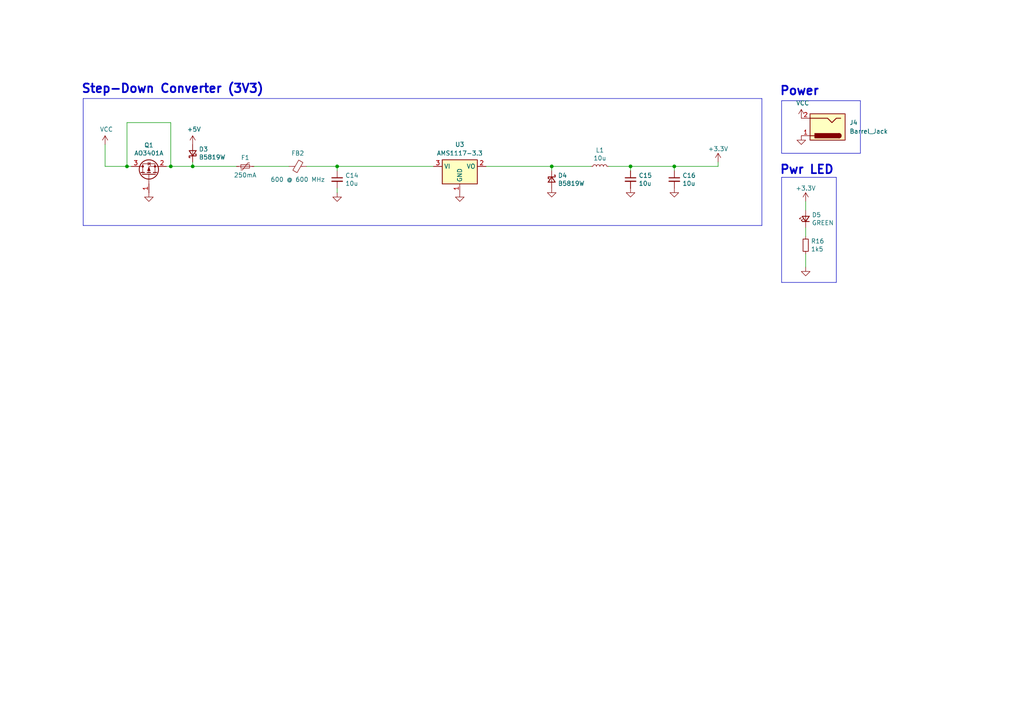
<source format=kicad_sch>
(kicad_sch
	(version 20231120)
	(generator "eeschema")
	(generator_version "8.0")
	(uuid "0b5e4864-4d61-49d7-ba60-44b7c827d513")
	(paper "A4")
	(lib_symbols
		(symbol "Connector:Barrel_Jack"
			(pin_names
				(offset 1.016)
			)
			(exclude_from_sim no)
			(in_bom yes)
			(on_board yes)
			(property "Reference" "J"
				(at 0 5.334 0)
				(effects
					(font
						(size 1.27 1.27)
					)
				)
			)
			(property "Value" "Barrel_Jack"
				(at 0 -5.08 0)
				(effects
					(font
						(size 1.27 1.27)
					)
				)
			)
			(property "Footprint" ""
				(at 1.27 -1.016 0)
				(effects
					(font
						(size 1.27 1.27)
					)
					(hide yes)
				)
			)
			(property "Datasheet" "~"
				(at 1.27 -1.016 0)
				(effects
					(font
						(size 1.27 1.27)
					)
					(hide yes)
				)
			)
			(property "Description" "DC Barrel Jack"
				(at 0 0 0)
				(effects
					(font
						(size 1.27 1.27)
					)
					(hide yes)
				)
			)
			(property "ki_keywords" "DC power barrel jack connector"
				(at 0 0 0)
				(effects
					(font
						(size 1.27 1.27)
					)
					(hide yes)
				)
			)
			(property "ki_fp_filters" "BarrelJack*"
				(at 0 0 0)
				(effects
					(font
						(size 1.27 1.27)
					)
					(hide yes)
				)
			)
			(symbol "Barrel_Jack_0_1"
				(rectangle
					(start -5.08 3.81)
					(end 5.08 -3.81)
					(stroke
						(width 0.254)
						(type default)
					)
					(fill
						(type background)
					)
				)
				(arc
					(start -3.302 3.175)
					(mid -3.9343 2.54)
					(end -3.302 1.905)
					(stroke
						(width 0.254)
						(type default)
					)
					(fill
						(type none)
					)
				)
				(arc
					(start -3.302 3.175)
					(mid -3.9343 2.54)
					(end -3.302 1.905)
					(stroke
						(width 0.254)
						(type default)
					)
					(fill
						(type outline)
					)
				)
				(polyline
					(pts
						(xy 5.08 2.54) (xy 3.81 2.54)
					)
					(stroke
						(width 0.254)
						(type default)
					)
					(fill
						(type none)
					)
				)
				(polyline
					(pts
						(xy -3.81 -2.54) (xy -2.54 -2.54) (xy -1.27 -1.27) (xy 0 -2.54) (xy 2.54 -2.54) (xy 5.08 -2.54)
					)
					(stroke
						(width 0.254)
						(type default)
					)
					(fill
						(type none)
					)
				)
				(rectangle
					(start 3.683 3.175)
					(end -3.302 1.905)
					(stroke
						(width 0.254)
						(type default)
					)
					(fill
						(type outline)
					)
				)
			)
			(symbol "Barrel_Jack_1_1"
				(pin passive line
					(at 7.62 2.54 180)
					(length 2.54)
					(name "~"
						(effects
							(font
								(size 1.27 1.27)
							)
						)
					)
					(number "1"
						(effects
							(font
								(size 1.27 1.27)
							)
						)
					)
				)
				(pin passive line
					(at 7.62 -2.54 180)
					(length 2.54)
					(name "~"
						(effects
							(font
								(size 1.27 1.27)
							)
						)
					)
					(number "2"
						(effects
							(font
								(size 1.27 1.27)
							)
						)
					)
				)
			)
		)
		(symbol "Device:C_Small"
			(pin_numbers hide)
			(pin_names
				(offset 0.254) hide)
			(exclude_from_sim no)
			(in_bom yes)
			(on_board yes)
			(property "Reference" "C"
				(at 0.254 1.778 0)
				(effects
					(font
						(size 1.27 1.27)
					)
					(justify left)
				)
			)
			(property "Value" "C_Small"
				(at 0.254 -2.032 0)
				(effects
					(font
						(size 1.27 1.27)
					)
					(justify left)
				)
			)
			(property "Footprint" ""
				(at 0 0 0)
				(effects
					(font
						(size 1.27 1.27)
					)
					(hide yes)
				)
			)
			(property "Datasheet" "~"
				(at 0 0 0)
				(effects
					(font
						(size 1.27 1.27)
					)
					(hide yes)
				)
			)
			(property "Description" "Unpolarized capacitor, small symbol"
				(at 0 0 0)
				(effects
					(font
						(size 1.27 1.27)
					)
					(hide yes)
				)
			)
			(property "ki_keywords" "capacitor cap"
				(at 0 0 0)
				(effects
					(font
						(size 1.27 1.27)
					)
					(hide yes)
				)
			)
			(property "ki_fp_filters" "C_*"
				(at 0 0 0)
				(effects
					(font
						(size 1.27 1.27)
					)
					(hide yes)
				)
			)
			(symbol "C_Small_0_1"
				(polyline
					(pts
						(xy -1.524 -0.508) (xy 1.524 -0.508)
					)
					(stroke
						(width 0.3302)
						(type default)
					)
					(fill
						(type none)
					)
				)
				(polyline
					(pts
						(xy -1.524 0.508) (xy 1.524 0.508)
					)
					(stroke
						(width 0.3048)
						(type default)
					)
					(fill
						(type none)
					)
				)
			)
			(symbol "C_Small_1_1"
				(pin passive line
					(at 0 2.54 270)
					(length 2.032)
					(name "~"
						(effects
							(font
								(size 1.27 1.27)
							)
						)
					)
					(number "1"
						(effects
							(font
								(size 1.27 1.27)
							)
						)
					)
				)
				(pin passive line
					(at 0 -2.54 90)
					(length 2.032)
					(name "~"
						(effects
							(font
								(size 1.27 1.27)
							)
						)
					)
					(number "2"
						(effects
							(font
								(size 1.27 1.27)
							)
						)
					)
				)
			)
		)
		(symbol "Device:D_Schottky_Small"
			(pin_numbers hide)
			(pin_names
				(offset 0.254) hide)
			(exclude_from_sim no)
			(in_bom yes)
			(on_board yes)
			(property "Reference" "D"
				(at -1.27 2.032 0)
				(effects
					(font
						(size 1.27 1.27)
					)
					(justify left)
				)
			)
			(property "Value" "D_Schottky_Small"
				(at -7.112 -2.032 0)
				(effects
					(font
						(size 1.27 1.27)
					)
					(justify left)
				)
			)
			(property "Footprint" ""
				(at 0 0 90)
				(effects
					(font
						(size 1.27 1.27)
					)
					(hide yes)
				)
			)
			(property "Datasheet" "~"
				(at 0 0 90)
				(effects
					(font
						(size 1.27 1.27)
					)
					(hide yes)
				)
			)
			(property "Description" "Schottky diode, small symbol"
				(at 0 0 0)
				(effects
					(font
						(size 1.27 1.27)
					)
					(hide yes)
				)
			)
			(property "ki_keywords" "diode Schottky"
				(at 0 0 0)
				(effects
					(font
						(size 1.27 1.27)
					)
					(hide yes)
				)
			)
			(property "ki_fp_filters" "TO-???* *_Diode_* *SingleDiode* D_*"
				(at 0 0 0)
				(effects
					(font
						(size 1.27 1.27)
					)
					(hide yes)
				)
			)
			(symbol "D_Schottky_Small_0_1"
				(polyline
					(pts
						(xy -0.762 0) (xy 0.762 0)
					)
					(stroke
						(width 0)
						(type default)
					)
					(fill
						(type none)
					)
				)
				(polyline
					(pts
						(xy 0.762 -1.016) (xy -0.762 0) (xy 0.762 1.016) (xy 0.762 -1.016)
					)
					(stroke
						(width 0.254)
						(type default)
					)
					(fill
						(type none)
					)
				)
				(polyline
					(pts
						(xy -1.27 0.762) (xy -1.27 1.016) (xy -0.762 1.016) (xy -0.762 -1.016) (xy -0.254 -1.016) (xy -0.254 -0.762)
					)
					(stroke
						(width 0.254)
						(type default)
					)
					(fill
						(type none)
					)
				)
			)
			(symbol "D_Schottky_Small_1_1"
				(pin passive line
					(at -2.54 0 0)
					(length 1.778)
					(name "K"
						(effects
							(font
								(size 1.27 1.27)
							)
						)
					)
					(number "1"
						(effects
							(font
								(size 1.27 1.27)
							)
						)
					)
				)
				(pin passive line
					(at 2.54 0 180)
					(length 1.778)
					(name "A"
						(effects
							(font
								(size 1.27 1.27)
							)
						)
					)
					(number "2"
						(effects
							(font
								(size 1.27 1.27)
							)
						)
					)
				)
			)
		)
		(symbol "Device:LED_Small"
			(pin_numbers hide)
			(pin_names
				(offset 0.254) hide)
			(exclude_from_sim no)
			(in_bom yes)
			(on_board yes)
			(property "Reference" "D"
				(at -1.27 3.175 0)
				(effects
					(font
						(size 1.27 1.27)
					)
					(justify left)
				)
			)
			(property "Value" "LED_Small"
				(at -4.445 -2.54 0)
				(effects
					(font
						(size 1.27 1.27)
					)
					(justify left)
				)
			)
			(property "Footprint" ""
				(at 0 0 90)
				(effects
					(font
						(size 1.27 1.27)
					)
					(hide yes)
				)
			)
			(property "Datasheet" "~"
				(at 0 0 90)
				(effects
					(font
						(size 1.27 1.27)
					)
					(hide yes)
				)
			)
			(property "Description" "Light emitting diode, small symbol"
				(at 0 0 0)
				(effects
					(font
						(size 1.27 1.27)
					)
					(hide yes)
				)
			)
			(property "ki_keywords" "LED diode light-emitting-diode"
				(at 0 0 0)
				(effects
					(font
						(size 1.27 1.27)
					)
					(hide yes)
				)
			)
			(property "ki_fp_filters" "LED* LED_SMD:* LED_THT:*"
				(at 0 0 0)
				(effects
					(font
						(size 1.27 1.27)
					)
					(hide yes)
				)
			)
			(symbol "LED_Small_0_1"
				(polyline
					(pts
						(xy -0.762 -1.016) (xy -0.762 1.016)
					)
					(stroke
						(width 0.254)
						(type default)
					)
					(fill
						(type none)
					)
				)
				(polyline
					(pts
						(xy 1.016 0) (xy -0.762 0)
					)
					(stroke
						(width 0)
						(type default)
					)
					(fill
						(type none)
					)
				)
				(polyline
					(pts
						(xy 0.762 -1.016) (xy -0.762 0) (xy 0.762 1.016) (xy 0.762 -1.016)
					)
					(stroke
						(width 0.254)
						(type default)
					)
					(fill
						(type none)
					)
				)
				(polyline
					(pts
						(xy 0 0.762) (xy -0.508 1.27) (xy -0.254 1.27) (xy -0.508 1.27) (xy -0.508 1.016)
					)
					(stroke
						(width 0)
						(type default)
					)
					(fill
						(type none)
					)
				)
				(polyline
					(pts
						(xy 0.508 1.27) (xy 0 1.778) (xy 0.254 1.778) (xy 0 1.778) (xy 0 1.524)
					)
					(stroke
						(width 0)
						(type default)
					)
					(fill
						(type none)
					)
				)
			)
			(symbol "LED_Small_1_1"
				(pin passive line
					(at -2.54 0 0)
					(length 1.778)
					(name "K"
						(effects
							(font
								(size 1.27 1.27)
							)
						)
					)
					(number "1"
						(effects
							(font
								(size 1.27 1.27)
							)
						)
					)
				)
				(pin passive line
					(at 2.54 0 180)
					(length 1.778)
					(name "A"
						(effects
							(font
								(size 1.27 1.27)
							)
						)
					)
					(number "2"
						(effects
							(font
								(size 1.27 1.27)
							)
						)
					)
				)
			)
		)
		(symbol "Device:L_Small"
			(pin_numbers hide)
			(pin_names
				(offset 0.254) hide)
			(exclude_from_sim no)
			(in_bom yes)
			(on_board yes)
			(property "Reference" "L"
				(at 0.762 1.016 0)
				(effects
					(font
						(size 1.27 1.27)
					)
					(justify left)
				)
			)
			(property "Value" "L_Small"
				(at 0.762 -1.016 0)
				(effects
					(font
						(size 1.27 1.27)
					)
					(justify left)
				)
			)
			(property "Footprint" ""
				(at 0 0 0)
				(effects
					(font
						(size 1.27 1.27)
					)
					(hide yes)
				)
			)
			(property "Datasheet" "~"
				(at 0 0 0)
				(effects
					(font
						(size 1.27 1.27)
					)
					(hide yes)
				)
			)
			(property "Description" "Inductor, small symbol"
				(at 0 0 0)
				(effects
					(font
						(size 1.27 1.27)
					)
					(hide yes)
				)
			)
			(property "ki_keywords" "inductor choke coil reactor magnetic"
				(at 0 0 0)
				(effects
					(font
						(size 1.27 1.27)
					)
					(hide yes)
				)
			)
			(property "ki_fp_filters" "Choke_* *Coil* Inductor_* L_*"
				(at 0 0 0)
				(effects
					(font
						(size 1.27 1.27)
					)
					(hide yes)
				)
			)
			(symbol "L_Small_0_1"
				(arc
					(start 0 -2.032)
					(mid 0.508 -1.524)
					(end 0 -1.016)
					(stroke
						(width 0)
						(type default)
					)
					(fill
						(type none)
					)
				)
				(arc
					(start 0 -1.016)
					(mid 0.508 -0.508)
					(end 0 0)
					(stroke
						(width 0)
						(type default)
					)
					(fill
						(type none)
					)
				)
				(arc
					(start 0 0)
					(mid 0.508 0.508)
					(end 0 1.016)
					(stroke
						(width 0)
						(type default)
					)
					(fill
						(type none)
					)
				)
				(arc
					(start 0 1.016)
					(mid 0.508 1.524)
					(end 0 2.032)
					(stroke
						(width 0)
						(type default)
					)
					(fill
						(type none)
					)
				)
			)
			(symbol "L_Small_1_1"
				(pin passive line
					(at 0 2.54 270)
					(length 0.508)
					(name "~"
						(effects
							(font
								(size 1.27 1.27)
							)
						)
					)
					(number "1"
						(effects
							(font
								(size 1.27 1.27)
							)
						)
					)
				)
				(pin passive line
					(at 0 -2.54 90)
					(length 0.508)
					(name "~"
						(effects
							(font
								(size 1.27 1.27)
							)
						)
					)
					(number "2"
						(effects
							(font
								(size 1.27 1.27)
							)
						)
					)
				)
			)
		)
		(symbol "Device:Polyfuse_Small"
			(pin_numbers hide)
			(pin_names
				(offset 0)
			)
			(exclude_from_sim no)
			(in_bom yes)
			(on_board yes)
			(property "Reference" "F"
				(at -1.905 0 90)
				(effects
					(font
						(size 1.27 1.27)
					)
				)
			)
			(property "Value" "Polyfuse_Small"
				(at 1.905 0 90)
				(effects
					(font
						(size 1.27 1.27)
					)
				)
			)
			(property "Footprint" ""
				(at 1.27 -5.08 0)
				(effects
					(font
						(size 1.27 1.27)
					)
					(justify left)
					(hide yes)
				)
			)
			(property "Datasheet" "~"
				(at 0 0 0)
				(effects
					(font
						(size 1.27 1.27)
					)
					(hide yes)
				)
			)
			(property "Description" "Resettable fuse, polymeric positive temperature coefficient, small symbol"
				(at 0 0 0)
				(effects
					(font
						(size 1.27 1.27)
					)
					(hide yes)
				)
			)
			(property "ki_keywords" "resettable fuse PTC PPTC polyfuse polyswitch"
				(at 0 0 0)
				(effects
					(font
						(size 1.27 1.27)
					)
					(hide yes)
				)
			)
			(property "ki_fp_filters" "*polyfuse* *PTC*"
				(at 0 0 0)
				(effects
					(font
						(size 1.27 1.27)
					)
					(hide yes)
				)
			)
			(symbol "Polyfuse_Small_0_1"
				(rectangle
					(start -0.508 1.27)
					(end 0.508 -1.27)
					(stroke
						(width 0)
						(type default)
					)
					(fill
						(type none)
					)
				)
				(polyline
					(pts
						(xy 0 2.54) (xy 0 -2.54)
					)
					(stroke
						(width 0)
						(type default)
					)
					(fill
						(type none)
					)
				)
				(polyline
					(pts
						(xy -1.016 1.27) (xy -1.016 0.762) (xy 1.016 -0.762) (xy 1.016 -1.27)
					)
					(stroke
						(width 0)
						(type default)
					)
					(fill
						(type none)
					)
				)
			)
			(symbol "Polyfuse_Small_1_1"
				(pin passive line
					(at 0 2.54 270)
					(length 0.635)
					(name "~"
						(effects
							(font
								(size 1.27 1.27)
							)
						)
					)
					(number "1"
						(effects
							(font
								(size 1.27 1.27)
							)
						)
					)
				)
				(pin passive line
					(at 0 -2.54 90)
					(length 0.635)
					(name "~"
						(effects
							(font
								(size 1.27 1.27)
							)
						)
					)
					(number "2"
						(effects
							(font
								(size 1.27 1.27)
							)
						)
					)
				)
			)
		)
		(symbol "Device:R_Small"
			(pin_numbers hide)
			(pin_names
				(offset 0.254) hide)
			(exclude_from_sim no)
			(in_bom yes)
			(on_board yes)
			(property "Reference" "R"
				(at 0.762 0.508 0)
				(effects
					(font
						(size 1.27 1.27)
					)
					(justify left)
				)
			)
			(property "Value" "R_Small"
				(at 0.762 -1.016 0)
				(effects
					(font
						(size 1.27 1.27)
					)
					(justify left)
				)
			)
			(property "Footprint" ""
				(at 0 0 0)
				(effects
					(font
						(size 1.27 1.27)
					)
					(hide yes)
				)
			)
			(property "Datasheet" "~"
				(at 0 0 0)
				(effects
					(font
						(size 1.27 1.27)
					)
					(hide yes)
				)
			)
			(property "Description" "Resistor, small symbol"
				(at 0 0 0)
				(effects
					(font
						(size 1.27 1.27)
					)
					(hide yes)
				)
			)
			(property "ki_keywords" "R resistor"
				(at 0 0 0)
				(effects
					(font
						(size 1.27 1.27)
					)
					(hide yes)
				)
			)
			(property "ki_fp_filters" "R_*"
				(at 0 0 0)
				(effects
					(font
						(size 1.27 1.27)
					)
					(hide yes)
				)
			)
			(symbol "R_Small_0_1"
				(rectangle
					(start -0.762 1.778)
					(end 0.762 -1.778)
					(stroke
						(width 0.2032)
						(type default)
					)
					(fill
						(type none)
					)
				)
			)
			(symbol "R_Small_1_1"
				(pin passive line
					(at 0 2.54 270)
					(length 0.762)
					(name "~"
						(effects
							(font
								(size 1.27 1.27)
							)
						)
					)
					(number "1"
						(effects
							(font
								(size 1.27 1.27)
							)
						)
					)
				)
				(pin passive line
					(at 0 -2.54 90)
					(length 0.762)
					(name "~"
						(effects
							(font
								(size 1.27 1.27)
							)
						)
					)
					(number "2"
						(effects
							(font
								(size 1.27 1.27)
							)
						)
					)
				)
			)
		)
		(symbol "GND_1"
			(power)
			(pin_numbers hide)
			(pin_names
				(offset 0) hide)
			(exclude_from_sim no)
			(in_bom yes)
			(on_board yes)
			(property "Reference" "#PWR"
				(at 0 -6.35 0)
				(effects
					(font
						(size 1.27 1.27)
					)
					(hide yes)
				)
			)
			(property "Value" "GND"
				(at 0 -3.81 0)
				(effects
					(font
						(size 1.27 1.27)
					)
				)
			)
			(property "Footprint" ""
				(at 0 0 0)
				(effects
					(font
						(size 1.27 1.27)
					)
					(hide yes)
				)
			)
			(property "Datasheet" ""
				(at 0 0 0)
				(effects
					(font
						(size 1.27 1.27)
					)
					(hide yes)
				)
			)
			(property "Description" "Power symbol creates a global label with name \"GND\" , ground"
				(at 0 0 0)
				(effects
					(font
						(size 1.27 1.27)
					)
					(hide yes)
				)
			)
			(property "ki_keywords" "global power"
				(at 0 0 0)
				(effects
					(font
						(size 1.27 1.27)
					)
					(hide yes)
				)
			)
			(symbol "GND_1_0_1"
				(polyline
					(pts
						(xy 0 0) (xy 0 -1.27) (xy 1.27 -1.27) (xy 0 -2.54) (xy -1.27 -1.27) (xy 0 -1.27)
					)
					(stroke
						(width 0)
						(type default)
					)
					(fill
						(type none)
					)
				)
			)
			(symbol "GND_1_1_1"
				(pin power_in line
					(at 0 0 270)
					(length 0)
					(name "~"
						(effects
							(font
								(size 1.27 1.27)
							)
						)
					)
					(number "1"
						(effects
							(font
								(size 1.27 1.27)
							)
						)
					)
				)
			)
		)
		(symbol "RBoard-rescue:+3.3V-power"
			(power)
			(pin_names
				(offset 0)
			)
			(exclude_from_sim no)
			(in_bom yes)
			(on_board yes)
			(property "Reference" "#PWR"
				(at 0 -3.81 0)
				(effects
					(font
						(size 1.27 1.27)
					)
					(hide yes)
				)
			)
			(property "Value" "+3.3V-power"
				(at 0 3.556 0)
				(effects
					(font
						(size 1.27 1.27)
					)
				)
			)
			(property "Footprint" ""
				(at 0 0 0)
				(effects
					(font
						(size 1.27 1.27)
					)
					(hide yes)
				)
			)
			(property "Datasheet" ""
				(at 0 0 0)
				(effects
					(font
						(size 1.27 1.27)
					)
					(hide yes)
				)
			)
			(property "Description" ""
				(at 0 0 0)
				(effects
					(font
						(size 1.27 1.27)
					)
					(hide yes)
				)
			)
			(symbol "+3.3V-power_0_1"
				(polyline
					(pts
						(xy -0.762 1.27) (xy 0 2.54)
					)
					(stroke
						(width 0)
						(type default)
					)
					(fill
						(type none)
					)
				)
				(polyline
					(pts
						(xy 0 0) (xy 0 2.54)
					)
					(stroke
						(width 0)
						(type default)
					)
					(fill
						(type none)
					)
				)
				(polyline
					(pts
						(xy 0 2.54) (xy 0.762 1.27)
					)
					(stroke
						(width 0)
						(type default)
					)
					(fill
						(type none)
					)
				)
			)
			(symbol "+3.3V-power_1_1"
				(pin power_in line
					(at 0 0 90)
					(length 0) hide
					(name "+3V3"
						(effects
							(font
								(size 1.27 1.27)
							)
						)
					)
					(number "1"
						(effects
							(font
								(size 1.27 1.27)
							)
						)
					)
				)
			)
		)
		(symbol "RBoard-rescue:Ferrite_Bead_Small-Device"
			(pin_numbers hide)
			(pin_names
				(offset 0)
			)
			(exclude_from_sim no)
			(in_bom yes)
			(on_board yes)
			(property "Reference" "FB"
				(at 1.905 1.27 0)
				(effects
					(font
						(size 1.27 1.27)
					)
					(justify left)
				)
			)
			(property "Value" "Ferrite_Bead_Small-Device"
				(at 1.905 -1.27 0)
				(effects
					(font
						(size 1.27 1.27)
					)
					(justify left)
				)
			)
			(property "Footprint" ""
				(at -1.778 0 90)
				(effects
					(font
						(size 1.27 1.27)
					)
					(hide yes)
				)
			)
			(property "Datasheet" ""
				(at 0 0 0)
				(effects
					(font
						(size 1.27 1.27)
					)
					(hide yes)
				)
			)
			(property "Description" ""
				(at 0 0 0)
				(effects
					(font
						(size 1.27 1.27)
					)
					(hide yes)
				)
			)
			(property "ki_fp_filters" "Inductor_* L_* *Ferrite*"
				(at 0 0 0)
				(effects
					(font
						(size 1.27 1.27)
					)
					(hide yes)
				)
			)
			(symbol "Ferrite_Bead_Small-Device_0_1"
				(polyline
					(pts
						(xy 0 -1.27) (xy 0 -0.7874)
					)
					(stroke
						(width 0)
						(type default)
					)
					(fill
						(type none)
					)
				)
				(polyline
					(pts
						(xy 0 0.889) (xy 0 1.2954)
					)
					(stroke
						(width 0)
						(type default)
					)
					(fill
						(type none)
					)
				)
				(polyline
					(pts
						(xy -1.8288 0.2794) (xy -1.1176 1.4986) (xy 1.8288 -0.2032) (xy 1.1176 -1.4224) (xy -1.8288 0.2794)
					)
					(stroke
						(width 0)
						(type default)
					)
					(fill
						(type none)
					)
				)
			)
			(symbol "Ferrite_Bead_Small-Device_1_1"
				(pin passive line
					(at 0 2.54 270)
					(length 1.27)
					(name "~"
						(effects
							(font
								(size 1.27 1.27)
							)
						)
					)
					(number "1"
						(effects
							(font
								(size 1.27 1.27)
							)
						)
					)
				)
				(pin passive line
					(at 0 -2.54 90)
					(length 1.27)
					(name "~"
						(effects
							(font
								(size 1.27 1.27)
							)
						)
					)
					(number "2"
						(effects
							(font
								(size 1.27 1.27)
							)
						)
					)
				)
			)
		)
		(symbol "Regulator_Linear:AMS1117-3.3"
			(exclude_from_sim no)
			(in_bom yes)
			(on_board yes)
			(property "Reference" "U"
				(at -3.81 3.175 0)
				(effects
					(font
						(size 1.27 1.27)
					)
				)
			)
			(property "Value" "AMS1117-3.3"
				(at 0 3.175 0)
				(effects
					(font
						(size 1.27 1.27)
					)
					(justify left)
				)
			)
			(property "Footprint" "Package_TO_SOT_SMD:SOT-223-3_TabPin2"
				(at 0 5.08 0)
				(effects
					(font
						(size 1.27 1.27)
					)
					(hide yes)
				)
			)
			(property "Datasheet" "http://www.advanced-monolithic.com/pdf/ds1117.pdf"
				(at 2.54 -6.35 0)
				(effects
					(font
						(size 1.27 1.27)
					)
					(hide yes)
				)
			)
			(property "Description" "1A Low Dropout regulator, positive, 3.3V fixed output, SOT-223"
				(at 0 0 0)
				(effects
					(font
						(size 1.27 1.27)
					)
					(hide yes)
				)
			)
			(property "ki_keywords" "linear regulator ldo fixed positive"
				(at 0 0 0)
				(effects
					(font
						(size 1.27 1.27)
					)
					(hide yes)
				)
			)
			(property "ki_fp_filters" "SOT?223*TabPin2*"
				(at 0 0 0)
				(effects
					(font
						(size 1.27 1.27)
					)
					(hide yes)
				)
			)
			(symbol "AMS1117-3.3_0_1"
				(rectangle
					(start -5.08 -5.08)
					(end 5.08 1.905)
					(stroke
						(width 0.254)
						(type default)
					)
					(fill
						(type background)
					)
				)
			)
			(symbol "AMS1117-3.3_1_1"
				(pin power_in line
					(at 0 -7.62 90)
					(length 2.54)
					(name "GND"
						(effects
							(font
								(size 1.27 1.27)
							)
						)
					)
					(number "1"
						(effects
							(font
								(size 1.27 1.27)
							)
						)
					)
				)
				(pin power_out line
					(at 7.62 0 180)
					(length 2.54)
					(name "VO"
						(effects
							(font
								(size 1.27 1.27)
							)
						)
					)
					(number "2"
						(effects
							(font
								(size 1.27 1.27)
							)
						)
					)
				)
				(pin power_in line
					(at -7.62 0 0)
					(length 2.54)
					(name "VI"
						(effects
							(font
								(size 1.27 1.27)
							)
						)
					)
					(number "3"
						(effects
							(font
								(size 1.27 1.27)
							)
						)
					)
				)
			)
		)
		(symbol "Transistor_FET:AO3401A"
			(pin_names hide)
			(exclude_from_sim no)
			(in_bom yes)
			(on_board yes)
			(property "Reference" "Q"
				(at 5.08 1.905 0)
				(effects
					(font
						(size 1.27 1.27)
					)
					(justify left)
				)
			)
			(property "Value" "AO3401A"
				(at 5.08 0 0)
				(effects
					(font
						(size 1.27 1.27)
					)
					(justify left)
				)
			)
			(property "Footprint" "Package_TO_SOT_SMD:SOT-23"
				(at 5.08 -1.905 0)
				(effects
					(font
						(size 1.27 1.27)
						(italic yes)
					)
					(justify left)
					(hide yes)
				)
			)
			(property "Datasheet" "http://www.aosmd.com/pdfs/datasheet/AO3401A.pdf"
				(at 0 0 0)
				(effects
					(font
						(size 1.27 1.27)
					)
					(justify left)
					(hide yes)
				)
			)
			(property "Description" "-4.0A Id, -30V Vds, P-Channel MOSFET, SOT-23"
				(at 0 0 0)
				(effects
					(font
						(size 1.27 1.27)
					)
					(hide yes)
				)
			)
			(property "ki_keywords" "P-Channel MOSFET"
				(at 0 0 0)
				(effects
					(font
						(size 1.27 1.27)
					)
					(hide yes)
				)
			)
			(property "ki_fp_filters" "SOT?23*"
				(at 0 0 0)
				(effects
					(font
						(size 1.27 1.27)
					)
					(hide yes)
				)
			)
			(symbol "AO3401A_0_1"
				(polyline
					(pts
						(xy 0.254 0) (xy -2.54 0)
					)
					(stroke
						(width 0)
						(type default)
					)
					(fill
						(type none)
					)
				)
				(polyline
					(pts
						(xy 0.254 1.905) (xy 0.254 -1.905)
					)
					(stroke
						(width 0.254)
						(type default)
					)
					(fill
						(type none)
					)
				)
				(polyline
					(pts
						(xy 0.762 -1.27) (xy 0.762 -2.286)
					)
					(stroke
						(width 0.254)
						(type default)
					)
					(fill
						(type none)
					)
				)
				(polyline
					(pts
						(xy 0.762 0.508) (xy 0.762 -0.508)
					)
					(stroke
						(width 0.254)
						(type default)
					)
					(fill
						(type none)
					)
				)
				(polyline
					(pts
						(xy 0.762 2.286) (xy 0.762 1.27)
					)
					(stroke
						(width 0.254)
						(type default)
					)
					(fill
						(type none)
					)
				)
				(polyline
					(pts
						(xy 2.54 2.54) (xy 2.54 1.778)
					)
					(stroke
						(width 0)
						(type default)
					)
					(fill
						(type none)
					)
				)
				(polyline
					(pts
						(xy 2.54 -2.54) (xy 2.54 0) (xy 0.762 0)
					)
					(stroke
						(width 0)
						(type default)
					)
					(fill
						(type none)
					)
				)
				(polyline
					(pts
						(xy 0.762 1.778) (xy 3.302 1.778) (xy 3.302 -1.778) (xy 0.762 -1.778)
					)
					(stroke
						(width 0)
						(type default)
					)
					(fill
						(type none)
					)
				)
				(polyline
					(pts
						(xy 2.286 0) (xy 1.27 0.381) (xy 1.27 -0.381) (xy 2.286 0)
					)
					(stroke
						(width 0)
						(type default)
					)
					(fill
						(type outline)
					)
				)
				(polyline
					(pts
						(xy 2.794 -0.508) (xy 2.921 -0.381) (xy 3.683 -0.381) (xy 3.81 -0.254)
					)
					(stroke
						(width 0)
						(type default)
					)
					(fill
						(type none)
					)
				)
				(polyline
					(pts
						(xy 3.302 -0.381) (xy 2.921 0.254) (xy 3.683 0.254) (xy 3.302 -0.381)
					)
					(stroke
						(width 0)
						(type default)
					)
					(fill
						(type none)
					)
				)
				(circle
					(center 1.651 0)
					(radius 2.794)
					(stroke
						(width 0.254)
						(type default)
					)
					(fill
						(type none)
					)
				)
				(circle
					(center 2.54 -1.778)
					(radius 0.254)
					(stroke
						(width 0)
						(type default)
					)
					(fill
						(type outline)
					)
				)
				(circle
					(center 2.54 1.778)
					(radius 0.254)
					(stroke
						(width 0)
						(type default)
					)
					(fill
						(type outline)
					)
				)
			)
			(symbol "AO3401A_1_1"
				(pin input line
					(at -5.08 0 0)
					(length 2.54)
					(name "G"
						(effects
							(font
								(size 1.27 1.27)
							)
						)
					)
					(number "1"
						(effects
							(font
								(size 1.27 1.27)
							)
						)
					)
				)
				(pin passive line
					(at 2.54 -5.08 90)
					(length 2.54)
					(name "S"
						(effects
							(font
								(size 1.27 1.27)
							)
						)
					)
					(number "2"
						(effects
							(font
								(size 1.27 1.27)
							)
						)
					)
				)
				(pin passive line
					(at 2.54 5.08 270)
					(length 2.54)
					(name "D"
						(effects
							(font
								(size 1.27 1.27)
							)
						)
					)
					(number "3"
						(effects
							(font
								(size 1.27 1.27)
							)
						)
					)
				)
			)
		)
		(symbol "power:+5V"
			(power)
			(pin_names
				(offset 0)
			)
			(exclude_from_sim no)
			(in_bom yes)
			(on_board yes)
			(property "Reference" "#PWR"
				(at 0 -3.81 0)
				(effects
					(font
						(size 1.27 1.27)
					)
					(hide yes)
				)
			)
			(property "Value" "+5V"
				(at 0 3.556 0)
				(effects
					(font
						(size 1.27 1.27)
					)
				)
			)
			(property "Footprint" ""
				(at 0 0 0)
				(effects
					(font
						(size 1.27 1.27)
					)
					(hide yes)
				)
			)
			(property "Datasheet" ""
				(at 0 0 0)
				(effects
					(font
						(size 1.27 1.27)
					)
					(hide yes)
				)
			)
			(property "Description" "Power symbol creates a global label with name \"+5V\""
				(at 0 0 0)
				(effects
					(font
						(size 1.27 1.27)
					)
					(hide yes)
				)
			)
			(property "ki_keywords" "global power"
				(at 0 0 0)
				(effects
					(font
						(size 1.27 1.27)
					)
					(hide yes)
				)
			)
			(symbol "+5V_0_1"
				(polyline
					(pts
						(xy -0.762 1.27) (xy 0 2.54)
					)
					(stroke
						(width 0)
						(type default)
					)
					(fill
						(type none)
					)
				)
				(polyline
					(pts
						(xy 0 0) (xy 0 2.54)
					)
					(stroke
						(width 0)
						(type default)
					)
					(fill
						(type none)
					)
				)
				(polyline
					(pts
						(xy 0 2.54) (xy 0.762 1.27)
					)
					(stroke
						(width 0)
						(type default)
					)
					(fill
						(type none)
					)
				)
			)
			(symbol "+5V_1_1"
				(pin power_in line
					(at 0 0 90)
					(length 0) hide
					(name "+5V"
						(effects
							(font
								(size 1.27 1.27)
							)
						)
					)
					(number "1"
						(effects
							(font
								(size 1.27 1.27)
							)
						)
					)
				)
			)
		)
		(symbol "power:VCC"
			(power)
			(pin_names
				(offset 0)
			)
			(exclude_from_sim no)
			(in_bom yes)
			(on_board yes)
			(property "Reference" "#PWR"
				(at 0 -3.81 0)
				(effects
					(font
						(size 1.27 1.27)
					)
					(hide yes)
				)
			)
			(property "Value" "VCC"
				(at 0 3.81 0)
				(effects
					(font
						(size 1.27 1.27)
					)
				)
			)
			(property "Footprint" ""
				(at 0 0 0)
				(effects
					(font
						(size 1.27 1.27)
					)
					(hide yes)
				)
			)
			(property "Datasheet" ""
				(at 0 0 0)
				(effects
					(font
						(size 1.27 1.27)
					)
					(hide yes)
				)
			)
			(property "Description" "Power symbol creates a global label with name \"VCC\""
				(at 0 0 0)
				(effects
					(font
						(size 1.27 1.27)
					)
					(hide yes)
				)
			)
			(property "ki_keywords" "global power"
				(at 0 0 0)
				(effects
					(font
						(size 1.27 1.27)
					)
					(hide yes)
				)
			)
			(symbol "VCC_0_1"
				(polyline
					(pts
						(xy -0.762 1.27) (xy 0 2.54)
					)
					(stroke
						(width 0)
						(type default)
					)
					(fill
						(type none)
					)
				)
				(polyline
					(pts
						(xy 0 0) (xy 0 2.54)
					)
					(stroke
						(width 0)
						(type default)
					)
					(fill
						(type none)
					)
				)
				(polyline
					(pts
						(xy 0 2.54) (xy 0.762 1.27)
					)
					(stroke
						(width 0)
						(type default)
					)
					(fill
						(type none)
					)
				)
			)
			(symbol "VCC_1_1"
				(pin power_in line
					(at 0 0 90)
					(length 0) hide
					(name "VCC"
						(effects
							(font
								(size 1.27 1.27)
							)
						)
					)
					(number "1"
						(effects
							(font
								(size 1.27 1.27)
							)
						)
					)
				)
			)
		)
	)
	(junction
		(at 36.83 48.26)
		(diameter 0)
		(color 0 0 0 0)
		(uuid "06217d8f-93db-44e0-8c5a-acefb36c808f")
	)
	(junction
		(at 55.88 48.26)
		(diameter 0)
		(color 0 0 0 0)
		(uuid "7c9f9cec-e81e-4cc5-82c1-a85d62cdaa71")
	)
	(junction
		(at 97.79 48.26)
		(diameter 0)
		(color 0 0 0 0)
		(uuid "82e9b9e4-8c44-49ee-a15e-fe1439e526b6")
	)
	(junction
		(at 195.58 48.26)
		(diameter 0)
		(color 0 0 0 0)
		(uuid "c9277e1d-53aa-479c-b44f-318761222546")
	)
	(junction
		(at 160.02 48.26)
		(diameter 0)
		(color 0 0 0 0)
		(uuid "c99200bb-7c31-4ce6-b107-5e55b9072e9a")
	)
	(junction
		(at 49.53 48.26)
		(diameter 0)
		(color 0 0 0 0)
		(uuid "e64e6c91-b27f-419a-8622-4a17bce9f99c")
	)
	(junction
		(at 182.88 48.26)
		(diameter 0)
		(color 0 0 0 0)
		(uuid "fd837d7a-4033-41dd-aab7-2c456be632ac")
	)
	(polyline
		(pts
			(xy 249.555 44.45) (xy 249.555 29.21)
		)
		(stroke
			(width 0)
			(type default)
		)
		(uuid "02764f2c-f448-4b2a-9301-e28231517f9f")
	)
	(polyline
		(pts
			(xy 226.695 81.915) (xy 242.57 81.915)
		)
		(stroke
			(width 0)
			(type default)
		)
		(uuid "06e8a380-44e4-418a-90c9-0843e980767b")
	)
	(wire
		(pts
			(xy 36.83 35.56) (xy 36.83 48.26)
		)
		(stroke
			(width 0)
			(type default)
		)
		(uuid "0eb4f5f4-bf42-41f5-a29c-c9476172b63d")
	)
	(polyline
		(pts
			(xy 242.57 81.915) (xy 242.57 51.435)
		)
		(stroke
			(width 0)
			(type default)
		)
		(uuid "1384f393-6b44-4688-af10-6c4a8d187010")
	)
	(polyline
		(pts
			(xy 226.695 44.45) (xy 249.555 44.45)
		)
		(stroke
			(width 0)
			(type default)
		)
		(uuid "1e63e873-22b9-4697-8889-f641960c8882")
	)
	(wire
		(pts
			(xy 182.88 48.26) (xy 176.53 48.26)
		)
		(stroke
			(width 0)
			(type default)
		)
		(uuid "2474471d-69b8-459c-9481-b9598153be47")
	)
	(polyline
		(pts
			(xy 220.98 65.405) (xy 24.13 65.405)
		)
		(stroke
			(width 0)
			(type default)
		)
		(uuid "24a37161-2007-44c1-8344-21e7e61d0353")
	)
	(wire
		(pts
			(xy 140.97 48.26) (xy 160.02 48.26)
		)
		(stroke
			(width 0)
			(type default)
		)
		(uuid "25513fa1-508c-4863-a160-404326b7f2bd")
	)
	(wire
		(pts
			(xy 233.68 58.42) (xy 233.68 60.96)
		)
		(stroke
			(width 0)
			(type default)
		)
		(uuid "29cbc5ae-3171-4b43-9f72-2104ed221812")
	)
	(polyline
		(pts
			(xy 24.13 28.575) (xy 220.98 28.575)
		)
		(stroke
			(width 0)
			(type default)
		)
		(uuid "3095e19d-d3fe-41d2-92e6-722cd5c70472")
	)
	(wire
		(pts
			(xy 160.02 49.53) (xy 160.02 48.26)
		)
		(stroke
			(width 0)
			(type default)
		)
		(uuid "338d6ec6-f435-45d8-891f-f848e4c2f0a9")
	)
	(wire
		(pts
			(xy 97.79 55.88) (xy 97.79 54.61)
		)
		(stroke
			(width 0)
			(type default)
		)
		(uuid "344beb07-3525-440a-a3f4-096b69a035cf")
	)
	(wire
		(pts
			(xy 97.79 48.26) (xy 88.9 48.26)
		)
		(stroke
			(width 0)
			(type default)
		)
		(uuid "38476098-86b6-4729-b50a-f1f602b493ad")
	)
	(polyline
		(pts
			(xy 226.695 29.21) (xy 226.695 44.45)
		)
		(stroke
			(width 0)
			(type default)
		)
		(uuid "3a655192-80f5-418c-bb89-148560b2da14")
	)
	(wire
		(pts
			(xy 208.28 46.99) (xy 208.28 48.26)
		)
		(stroke
			(width 0)
			(type default)
		)
		(uuid "3b6799a7-4b52-4863-ab1e-95a60e27b9a6")
	)
	(wire
		(pts
			(xy 55.88 46.99) (xy 55.88 48.26)
		)
		(stroke
			(width 0)
			(type default)
		)
		(uuid "3bf5fb7f-6088-4854-819a-fb0ab8f89e8d")
	)
	(wire
		(pts
			(xy 208.28 48.26) (xy 195.58 48.26)
		)
		(stroke
			(width 0)
			(type default)
		)
		(uuid "3cb16658-c622-4362-bf79-1b35d3816b4d")
	)
	(polyline
		(pts
			(xy 24.13 65.405) (xy 24.13 28.575)
		)
		(stroke
			(width 0)
			(type default)
		)
		(uuid "40576dbb-02cb-40d4-b0e2-45decb46d153")
	)
	(wire
		(pts
			(xy 49.53 48.26) (xy 49.53 35.56)
		)
		(stroke
			(width 0)
			(type default)
		)
		(uuid "40b6ebef-0a84-4414-8a98-735516123847")
	)
	(wire
		(pts
			(xy 195.58 49.53) (xy 195.58 48.26)
		)
		(stroke
			(width 0)
			(type default)
		)
		(uuid "508faf1d-be1e-4327-89c0-320a47f804ef")
	)
	(wire
		(pts
			(xy 171.45 48.26) (xy 160.02 48.26)
		)
		(stroke
			(width 0)
			(type default)
		)
		(uuid "5f32bdab-55ed-4755-989a-94bc62ea02dd")
	)
	(wire
		(pts
			(xy 97.79 49.53) (xy 97.79 48.26)
		)
		(stroke
			(width 0)
			(type default)
		)
		(uuid "756a7870-8e05-463d-aea1-f8ff939a622b")
	)
	(wire
		(pts
			(xy 182.88 49.53) (xy 182.88 48.26)
		)
		(stroke
			(width 0)
			(type default)
		)
		(uuid "77bfd161-0390-434a-8220-e30b9ec91618")
	)
	(wire
		(pts
			(xy 97.79 48.26) (xy 125.73 48.26)
		)
		(stroke
			(width 0)
			(type default)
		)
		(uuid "826945a7-0606-4486-8be9-fcf3028857fb")
	)
	(polyline
		(pts
			(xy 249.555 29.21) (xy 226.695 29.21)
		)
		(stroke
			(width 0)
			(type default)
		)
		(uuid "8a5e6492-7c69-4796-948c-3d2473d5778b")
	)
	(wire
		(pts
			(xy 195.58 48.26) (xy 182.88 48.26)
		)
		(stroke
			(width 0)
			(type default)
		)
		(uuid "8dd99b1d-61d0-4f65-ab65-fead7eecbdb4")
	)
	(wire
		(pts
			(xy 49.53 35.56) (xy 36.83 35.56)
		)
		(stroke
			(width 0)
			(type default)
		)
		(uuid "922d90dd-b902-468d-a86c-f8508657ebdf")
	)
	(polyline
		(pts
			(xy 226.695 51.435) (xy 226.695 81.915)
		)
		(stroke
			(width 0)
			(type default)
		)
		(uuid "96c3e7d8-5c6b-4e9c-b8af-39e60afd50cd")
	)
	(wire
		(pts
			(xy 55.88 48.26) (xy 68.58 48.26)
		)
		(stroke
			(width 0)
			(type default)
		)
		(uuid "a8f92cb9-384f-439b-8367-9c233c1bf5c5")
	)
	(wire
		(pts
			(xy 233.68 68.58) (xy 233.68 66.04)
		)
		(stroke
			(width 0)
			(type default)
		)
		(uuid "aa477b4d-2bfa-4e96-a6d4-257bb09722f0")
	)
	(wire
		(pts
			(xy 55.88 48.26) (xy 49.53 48.26)
		)
		(stroke
			(width 0)
			(type default)
		)
		(uuid "b6e5f555-a179-473e-a16e-2a0bed59e74e")
	)
	(polyline
		(pts
			(xy 220.98 28.575) (xy 220.98 65.405)
		)
		(stroke
			(width 0)
			(type default)
		)
		(uuid "bd2c216b-857c-4af1-92ba-21983851f3e2")
	)
	(wire
		(pts
			(xy 233.68 73.66) (xy 233.68 77.47)
		)
		(stroke
			(width 0)
			(type default)
		)
		(uuid "bdf335e7-b6cd-454c-b7a9-40ebbaeec2fe")
	)
	(wire
		(pts
			(xy 36.83 48.26) (xy 38.1 48.26)
		)
		(stroke
			(width 0)
			(type default)
		)
		(uuid "cda0459c-e603-4887-803e-87bd8f485bb7")
	)
	(wire
		(pts
			(xy 49.53 48.26) (xy 48.26 48.26)
		)
		(stroke
			(width 0)
			(type default)
		)
		(uuid "d373e968-8556-4106-b1a1-d24dd16cf74b")
	)
	(wire
		(pts
			(xy 30.48 48.26) (xy 36.83 48.26)
		)
		(stroke
			(width 0)
			(type default)
		)
		(uuid "d37f1569-bb78-4585-87f6-04239f491caf")
	)
	(wire
		(pts
			(xy 30.48 41.91) (xy 30.48 48.26)
		)
		(stroke
			(width 0)
			(type default)
		)
		(uuid "dc3ff232-7c4d-41c3-9b3f-788e16156bfc")
	)
	(wire
		(pts
			(xy 73.66 48.26) (xy 83.82 48.26)
		)
		(stroke
			(width 0)
			(type default)
		)
		(uuid "dca2b81c-b8da-400e-a6dd-7d93037c1488")
	)
	(polyline
		(pts
			(xy 242.57 51.435) (xy 226.695 51.435)
		)
		(stroke
			(width 0)
			(type default)
		)
		(uuid "e07083fa-8dab-4009-b280-4ef854045e8f")
	)
	(text "Pwr LED"
		(exclude_from_sim no)
		(at 226.06 50.8 0)
		(effects
			(font
				(size 2.4892 2.4892)
				(thickness 0.4978)
				(bold yes)
			)
			(justify left bottom)
		)
		(uuid "28f2835c-e3c4-4263-96d4-cb7b10f74cbc")
	)
	(text "Power"
		(exclude_from_sim no)
		(at 226.06 27.94 0)
		(effects
			(font
				(size 2.4892 2.4892)
				(thickness 0.4978)
				(bold yes)
			)
			(justify left bottom)
		)
		(uuid "733f9897-4b72-42ae-91e5-7945bd23403b")
	)
	(text "Step-Down Converter (3V3)"
		(exclude_from_sim no)
		(at 23.495 27.305 0)
		(effects
			(font
				(size 2.4892 2.4892)
				(thickness 0.4978)
				(bold yes)
			)
			(justify left bottom)
		)
		(uuid "9671b045-44d2-407b-bbcb-20858a3875b4")
	)
	(symbol
		(lib_id "Device:D_Schottky_Small")
		(at 55.88 44.45 90)
		(unit 1)
		(exclude_from_sim no)
		(in_bom yes)
		(on_board yes)
		(dnp no)
		(uuid "043c5cac-3671-4b1c-ad4d-0f0e5e435d43")
		(property "Reference" "D3"
			(at 57.658 43.2816 90)
			(effects
				(font
					(size 1.27 1.27)
				)
				(justify right)
			)
		)
		(property "Value" "B5819W"
			(at 57.658 45.593 90)
			(effects
				(font
					(size 1.27 1.27)
				)
				(justify right)
			)
		)
		(property "Footprint" "Diode_SMD:D_SOD-123"
			(at 55.88 44.45 90)
			(effects
				(font
					(size 1.27 1.27)
				)
				(hide yes)
			)
		)
		(property "Datasheet" "~"
			(at 55.88 44.45 90)
			(effects
				(font
					(size 1.27 1.27)
				)
				(hide yes)
			)
		)
		(property "Description" ""
			(at 55.88 44.45 0)
			(effects
				(font
					(size 1.27 1.27)
				)
				(hide yes)
			)
		)
		(property "LCSC Part #" "C8598"
			(at 55.88 44.45 0)
			(effects
				(font
					(size 1.27 1.27)
				)
				(hide yes)
			)
		)
		(pin "1"
			(uuid "e0537f0c-30c0-45ab-8e9a-f099f38a4870")
		)
		(pin "2"
			(uuid "c7c8ed69-abeb-4dbf-a551-e9473af7beee")
		)
		(instances
			(project "motherBoard_AD8318"
				(path "/5adc7d12-1898-43fb-9083-4a4302dbde17/35dd0d13-02c6-40de-8b83-26b475aabd0f"
					(reference "D3")
					(unit 1)
				)
			)
		)
	)
	(symbol
		(lib_id "Transistor_FET:AO3401A")
		(at 43.18 50.8 90)
		(unit 1)
		(exclude_from_sim no)
		(in_bom yes)
		(on_board yes)
		(dnp no)
		(uuid "0743ee86-7384-4713-b3a7-a9ff1841ec94")
		(property "Reference" "Q1"
			(at 43.18 42.1132 90)
			(effects
				(font
					(size 1.27 1.27)
				)
			)
		)
		(property "Value" "AO3401A"
			(at 43.18 44.4246 90)
			(effects
				(font
					(size 1.27 1.27)
				)
			)
		)
		(property "Footprint" "Package_TO_SOT_SMD:SOT-23"
			(at 45.085 45.72 0)
			(effects
				(font
					(size 1.27 1.27)
					(italic yes)
				)
				(justify left)
				(hide yes)
			)
		)
		(property "Datasheet" "http://www.aosmd.com/pdfs/datasheet/AO3401A.pdf"
			(at 43.18 50.8 0)
			(effects
				(font
					(size 1.27 1.27)
				)
				(justify left)
				(hide yes)
			)
		)
		(property "Description" ""
			(at 43.18 50.8 0)
			(effects
				(font
					(size 1.27 1.27)
				)
				(hide yes)
			)
		)
		(property "LCSC Part #" "C15127"
			(at 43.18 50.8 0)
			(effects
				(font
					(size 1.27 1.27)
				)
				(hide yes)
			)
		)
		(pin "1"
			(uuid "f70f2d0c-1b25-4438-bd2b-5cd2a10baab0")
		)
		(pin "2"
			(uuid "98c30107-ed08-4049-b9ad-73729d401771")
		)
		(pin "3"
			(uuid "440e2eda-5721-481a-bf45-f947f29c5801")
		)
		(instances
			(project "motherBoard_AD8318"
				(path "/5adc7d12-1898-43fb-9083-4a4302dbde17/35dd0d13-02c6-40de-8b83-26b475aabd0f"
					(reference "Q1")
					(unit 1)
				)
			)
		)
	)
	(symbol
		(lib_name "GND_1")
		(lib_id "power:GND")
		(at 232.41 39.37 0)
		(unit 1)
		(exclude_from_sim no)
		(in_bom yes)
		(on_board yes)
		(dnp no)
		(fields_autoplaced yes)
		(uuid "0a10e8af-34d5-4aee-93a0-45690cf91a37")
		(property "Reference" "#PWR047"
			(at 232.41 45.72 0)
			(effects
				(font
					(size 1.27 1.27)
				)
				(hide yes)
			)
		)
		(property "Value" "GND"
			(at 232.41 44.45 0)
			(effects
				(font
					(size 1.27 1.27)
				)
				(hide yes)
			)
		)
		(property "Footprint" ""
			(at 232.41 39.37 0)
			(effects
				(font
					(size 1.27 1.27)
				)
				(hide yes)
			)
		)
		(property "Datasheet" ""
			(at 232.41 39.37 0)
			(effects
				(font
					(size 1.27 1.27)
				)
				(hide yes)
			)
		)
		(property "Description" "Power symbol creates a global label with name \"GND\" , ground"
			(at 232.41 39.37 0)
			(effects
				(font
					(size 1.27 1.27)
				)
				(hide yes)
			)
		)
		(pin "1"
			(uuid "b739ff2a-42e7-4f79-9bfc-eb8be85a292b")
		)
		(instances
			(project "motherBoard_AD8318"
				(path "/5adc7d12-1898-43fb-9083-4a4302dbde17/35dd0d13-02c6-40de-8b83-26b475aabd0f"
					(reference "#PWR047")
					(unit 1)
				)
			)
		)
	)
	(symbol
		(lib_name "GND_1")
		(lib_id "power:GND")
		(at 195.58 54.61 0)
		(unit 1)
		(exclude_from_sim no)
		(in_bom yes)
		(on_board yes)
		(dnp no)
		(fields_autoplaced yes)
		(uuid "25ea7f66-e1b6-4711-9caa-8924c226f93d")
		(property "Reference" "#PWR044"
			(at 195.58 60.96 0)
			(effects
				(font
					(size 1.27 1.27)
				)
				(hide yes)
			)
		)
		(property "Value" "GND"
			(at 195.58 59.69 0)
			(effects
				(font
					(size 1.27 1.27)
				)
				(hide yes)
			)
		)
		(property "Footprint" ""
			(at 195.58 54.61 0)
			(effects
				(font
					(size 1.27 1.27)
				)
				(hide yes)
			)
		)
		(property "Datasheet" ""
			(at 195.58 54.61 0)
			(effects
				(font
					(size 1.27 1.27)
				)
				(hide yes)
			)
		)
		(property "Description" "Power symbol creates a global label with name \"GND\" , ground"
			(at 195.58 54.61 0)
			(effects
				(font
					(size 1.27 1.27)
				)
				(hide yes)
			)
		)
		(pin "1"
			(uuid "a26fbcf4-cb7d-40cf-b896-700898c1ff08")
		)
		(instances
			(project "motherBoard_AD8318"
				(path "/5adc7d12-1898-43fb-9083-4a4302dbde17/35dd0d13-02c6-40de-8b83-26b475aabd0f"
					(reference "#PWR044")
					(unit 1)
				)
			)
		)
	)
	(symbol
		(lib_id "Device:C_Small")
		(at 182.88 52.07 0)
		(unit 1)
		(exclude_from_sim no)
		(in_bom yes)
		(on_board yes)
		(dnp no)
		(uuid "43515523-7bcb-4ff7-8f16-681b3e6c4a78")
		(property "Reference" "C15"
			(at 185.2168 50.9016 0)
			(effects
				(font
					(size 1.27 1.27)
				)
				(justify left)
			)
		)
		(property "Value" "10u"
			(at 185.2168 53.213 0)
			(effects
				(font
					(size 1.27 1.27)
				)
				(justify left)
			)
		)
		(property "Footprint" "Capacitor_SMD:C_1210_3225Metric"
			(at 182.88 52.07 0)
			(effects
				(font
					(size 1.27 1.27)
				)
				(hide yes)
			)
		)
		(property "Datasheet" "~"
			(at 182.88 52.07 0)
			(effects
				(font
					(size 1.27 1.27)
				)
				(hide yes)
			)
		)
		(property "Description" ""
			(at 182.88 52.07 0)
			(effects
				(font
					(size 1.27 1.27)
				)
				(hide yes)
			)
		)
		(property "LCSC Part #" "C13585"
			(at 182.88 52.07 0)
			(effects
				(font
					(size 1.27 1.27)
				)
				(hide yes)
			)
		)
		(pin "1"
			(uuid "0e2325ac-e987-4dbc-b804-cf532bc45d17")
		)
		(pin "2"
			(uuid "18b07e0b-9935-49f4-bec1-cc64a64ffd3d")
		)
		(instances
			(project "motherBoard_AD8318"
				(path "/5adc7d12-1898-43fb-9083-4a4302dbde17/35dd0d13-02c6-40de-8b83-26b475aabd0f"
					(reference "C15")
					(unit 1)
				)
			)
		)
	)
	(symbol
		(lib_name "GND_1")
		(lib_id "power:GND")
		(at 97.79 55.88 0)
		(unit 1)
		(exclude_from_sim no)
		(in_bom yes)
		(on_board yes)
		(dnp no)
		(fields_autoplaced yes)
		(uuid "48821336-93bc-4cb4-a260-85298447eed4")
		(property "Reference" "#PWR040"
			(at 97.79 62.23 0)
			(effects
				(font
					(size 1.27 1.27)
				)
				(hide yes)
			)
		)
		(property "Value" "GND"
			(at 97.79 60.96 0)
			(effects
				(font
					(size 1.27 1.27)
				)
				(hide yes)
			)
		)
		(property "Footprint" ""
			(at 97.79 55.88 0)
			(effects
				(font
					(size 1.27 1.27)
				)
				(hide yes)
			)
		)
		(property "Datasheet" ""
			(at 97.79 55.88 0)
			(effects
				(font
					(size 1.27 1.27)
				)
				(hide yes)
			)
		)
		(property "Description" "Power symbol creates a global label with name \"GND\" , ground"
			(at 97.79 55.88 0)
			(effects
				(font
					(size 1.27 1.27)
				)
				(hide yes)
			)
		)
		(pin "1"
			(uuid "fbb6c682-4926-45d1-a40f-04948547f582")
		)
		(instances
			(project "motherBoard_AD8318"
				(path "/5adc7d12-1898-43fb-9083-4a4302dbde17/35dd0d13-02c6-40de-8b83-26b475aabd0f"
					(reference "#PWR040")
					(unit 1)
				)
			)
		)
	)
	(symbol
		(lib_id "power:+5V")
		(at 55.88 41.91 0)
		(unit 1)
		(exclude_from_sim no)
		(in_bom yes)
		(on_board yes)
		(dnp no)
		(uuid "4edef739-afcc-45fa-ab9f-504b884f65c2")
		(property "Reference" "#PWR039"
			(at 55.88 45.72 0)
			(effects
				(font
					(size 1.27 1.27)
				)
				(hide yes)
			)
		)
		(property "Value" "+5V"
			(at 56.261 37.5158 0)
			(effects
				(font
					(size 1.27 1.27)
				)
			)
		)
		(property "Footprint" ""
			(at 55.88 41.91 0)
			(effects
				(font
					(size 1.27 1.27)
				)
				(hide yes)
			)
		)
		(property "Datasheet" ""
			(at 55.88 41.91 0)
			(effects
				(font
					(size 1.27 1.27)
				)
				(hide yes)
			)
		)
		(property "Description" ""
			(at 55.88 41.91 0)
			(effects
				(font
					(size 1.27 1.27)
				)
				(hide yes)
			)
		)
		(pin "1"
			(uuid "d2169890-f7f9-4ac0-9a06-9e5d6d656ff1")
		)
		(instances
			(project "motherBoard_AD8318"
				(path "/5adc7d12-1898-43fb-9083-4a4302dbde17/35dd0d13-02c6-40de-8b83-26b475aabd0f"
					(reference "#PWR039")
					(unit 1)
				)
			)
		)
	)
	(symbol
		(lib_id "power:VCC")
		(at 30.48 41.91 0)
		(unit 1)
		(exclude_from_sim no)
		(in_bom yes)
		(on_board yes)
		(dnp no)
		(uuid "51d229d7-0103-430c-86b6-0b742923582f")
		(property "Reference" "#PWR037"
			(at 30.48 45.72 0)
			(effects
				(font
					(size 1.27 1.27)
				)
				(hide yes)
			)
		)
		(property "Value" "VCC"
			(at 30.861 37.5158 0)
			(effects
				(font
					(size 1.27 1.27)
				)
			)
		)
		(property "Footprint" ""
			(at 30.48 41.91 0)
			(effects
				(font
					(size 1.27 1.27)
				)
				(hide yes)
			)
		)
		(property "Datasheet" ""
			(at 30.48 41.91 0)
			(effects
				(font
					(size 1.27 1.27)
				)
				(hide yes)
			)
		)
		(property "Description" ""
			(at 30.48 41.91 0)
			(effects
				(font
					(size 1.27 1.27)
				)
				(hide yes)
			)
		)
		(pin "1"
			(uuid "37142763-f7f0-404c-9758-09b2f343f930")
		)
		(instances
			(project "motherBoard_AD8318"
				(path "/5adc7d12-1898-43fb-9083-4a4302dbde17/35dd0d13-02c6-40de-8b83-26b475aabd0f"
					(reference "#PWR037")
					(unit 1)
				)
			)
		)
	)
	(symbol
		(lib_id "Device:D_Schottky_Small")
		(at 160.02 52.07 270)
		(unit 1)
		(exclude_from_sim no)
		(in_bom yes)
		(on_board yes)
		(dnp no)
		(uuid "7a9f22bc-3de2-4504-815d-517b14d7540f")
		(property "Reference" "D4"
			(at 161.798 50.9016 90)
			(effects
				(font
					(size 1.27 1.27)
				)
				(justify left)
			)
		)
		(property "Value" "B5819W"
			(at 161.798 53.213 90)
			(effects
				(font
					(size 1.27 1.27)
				)
				(justify left)
			)
		)
		(property "Footprint" "Diode_SMD:D_SOD-123"
			(at 160.02 52.07 90)
			(effects
				(font
					(size 1.27 1.27)
				)
				(hide yes)
			)
		)
		(property "Datasheet" "~"
			(at 160.02 52.07 90)
			(effects
				(font
					(size 1.27 1.27)
				)
				(hide yes)
			)
		)
		(property "Description" ""
			(at 160.02 52.07 0)
			(effects
				(font
					(size 1.27 1.27)
				)
				(hide yes)
			)
		)
		(property "LCSC Part #" "C8598"
			(at 160.02 52.07 0)
			(effects
				(font
					(size 1.27 1.27)
				)
				(hide yes)
			)
		)
		(pin "1"
			(uuid "837a8798-9866-404c-905c-88a2f71cc1cb")
		)
		(pin "2"
			(uuid "f552670d-c69f-49bd-89aa-9a1884ec5efd")
		)
		(instances
			(project "motherBoard_AD8318"
				(path "/5adc7d12-1898-43fb-9083-4a4302dbde17/35dd0d13-02c6-40de-8b83-26b475aabd0f"
					(reference "D4")
					(unit 1)
				)
			)
		)
	)
	(symbol
		(lib_id "Device:LED_Small")
		(at 233.68 63.5 90)
		(unit 1)
		(exclude_from_sim no)
		(in_bom yes)
		(on_board yes)
		(dnp no)
		(uuid "7c4c0924-07b5-4e2b-81ff-abdc721ebd2b")
		(property "Reference" "D5"
			(at 235.458 62.3316 90)
			(effects
				(font
					(size 1.27 1.27)
				)
				(justify right)
			)
		)
		(property "Value" "GREEN"
			(at 235.458 64.643 90)
			(effects
				(font
					(size 1.27 1.27)
				)
				(justify right)
			)
		)
		(property "Footprint" "LED_SMD:LED_0805_2012Metric"
			(at 233.68 63.5 90)
			(effects
				(font
					(size 1.27 1.27)
				)
				(hide yes)
			)
		)
		(property "Datasheet" "~"
			(at 233.68 63.5 90)
			(effects
				(font
					(size 1.27 1.27)
				)
				(hide yes)
			)
		)
		(property "Description" ""
			(at 233.68 63.5 0)
			(effects
				(font
					(size 1.27 1.27)
				)
				(hide yes)
			)
		)
		(property "LCSC Part #" "C72043"
			(at 233.68 63.5 0)
			(effects
				(font
					(size 1.27 1.27)
				)
				(hide yes)
			)
		)
		(pin "1"
			(uuid "f0d9a389-59ec-4c63-a6df-547c12e986d5")
		)
		(pin "2"
			(uuid "492ba87f-3773-4f0c-81c1-3c9951b94957")
		)
		(instances
			(project "motherBoard_AD8318"
				(path "/5adc7d12-1898-43fb-9083-4a4302dbde17/35dd0d13-02c6-40de-8b83-26b475aabd0f"
					(reference "D5")
					(unit 1)
				)
			)
		)
	)
	(symbol
		(lib_id "RBoard-rescue:+3.3V-power")
		(at 233.68 58.42 0)
		(unit 1)
		(exclude_from_sim no)
		(in_bom yes)
		(on_board yes)
		(dnp no)
		(uuid "b783d79c-24a1-4ea6-82b5-a8c2ab169cf6")
		(property "Reference" "#PWR048"
			(at 233.68 62.23 0)
			(effects
				(font
					(size 1.27 1.27)
				)
				(hide yes)
			)
		)
		(property "Value" "+3.3V"
			(at 233.68 54.61 0)
			(effects
				(font
					(size 1.27 1.27)
				)
			)
		)
		(property "Footprint" ""
			(at 233.68 58.42 0)
			(effects
				(font
					(size 1.27 1.27)
				)
				(hide yes)
			)
		)
		(property "Datasheet" ""
			(at 233.68 58.42 0)
			(effects
				(font
					(size 1.27 1.27)
				)
				(hide yes)
			)
		)
		(property "Description" ""
			(at 233.68 58.42 0)
			(effects
				(font
					(size 1.27 1.27)
				)
				(hide yes)
			)
		)
		(pin "1"
			(uuid "35681559-3ea0-4fbd-b8e6-b9b720077c13")
		)
		(instances
			(project "motherBoard_AD8318"
				(path "/5adc7d12-1898-43fb-9083-4a4302dbde17/35dd0d13-02c6-40de-8b83-26b475aabd0f"
					(reference "#PWR048")
					(unit 1)
				)
			)
		)
	)
	(symbol
		(lib_id "RBoard-rescue:Ferrite_Bead_Small-Device")
		(at 86.36 48.26 270)
		(unit 1)
		(exclude_from_sim no)
		(in_bom yes)
		(on_board yes)
		(dnp no)
		(uuid "be5ad90b-4c08-4226-b027-e398276a7406")
		(property "Reference" "FB2"
			(at 86.36 44.45 90)
			(effects
				(font
					(size 1.27 1.27)
				)
			)
		)
		(property "Value" "600 @ 600 MHz"
			(at 86.36 52.07 90)
			(effects
				(font
					(size 1.27 1.27)
				)
			)
		)
		(property "Footprint" "Inductor_SMD:L_0603_1608Metric"
			(at 86.36 46.482 90)
			(effects
				(font
					(size 1.27 1.27)
				)
				(hide yes)
			)
		)
		(property "Datasheet" "~"
			(at 86.36 48.26 0)
			(effects
				(font
					(size 1.27 1.27)
				)
				(hide yes)
			)
		)
		(property "Description" ""
			(at 86.36 48.26 0)
			(effects
				(font
					(size 1.27 1.27)
				)
				(hide yes)
			)
		)
		(property "LCSC Part #" "C1017"
			(at 86.36 48.26 0)
			(effects
				(font
					(size 1.27 1.27)
				)
				(hide yes)
			)
		)
		(pin "1"
			(uuid "437aaab7-527b-4b49-a70d-75b021b36bf1")
		)
		(pin "2"
			(uuid "325d1598-4688-4c4b-b338-c466addff610")
		)
		(instances
			(project "motherBoard_AD8318"
				(path "/5adc7d12-1898-43fb-9083-4a4302dbde17/35dd0d13-02c6-40de-8b83-26b475aabd0f"
					(reference "FB2")
					(unit 1)
				)
			)
		)
	)
	(symbol
		(lib_name "GND_1")
		(lib_id "power:GND")
		(at 133.35 55.88 0)
		(unit 1)
		(exclude_from_sim no)
		(in_bom yes)
		(on_board yes)
		(dnp no)
		(fields_autoplaced yes)
		(uuid "c065c6ac-eb49-4396-8529-08807a9d2b2a")
		(property "Reference" "#PWR041"
			(at 133.35 62.23 0)
			(effects
				(font
					(size 1.27 1.27)
				)
				(hide yes)
			)
		)
		(property "Value" "GND"
			(at 133.35 60.96 0)
			(effects
				(font
					(size 1.27 1.27)
				)
				(hide yes)
			)
		)
		(property "Footprint" ""
			(at 133.35 55.88 0)
			(effects
				(font
					(size 1.27 1.27)
				)
				(hide yes)
			)
		)
		(property "Datasheet" ""
			(at 133.35 55.88 0)
			(effects
				(font
					(size 1.27 1.27)
				)
				(hide yes)
			)
		)
		(property "Description" "Power symbol creates a global label with name \"GND\" , ground"
			(at 133.35 55.88 0)
			(effects
				(font
					(size 1.27 1.27)
				)
				(hide yes)
			)
		)
		(pin "1"
			(uuid "d219499d-8853-4330-bb9d-3e9723cb88be")
		)
		(instances
			(project "motherBoard_AD8318"
				(path "/5adc7d12-1898-43fb-9083-4a4302dbde17/35dd0d13-02c6-40de-8b83-26b475aabd0f"
					(reference "#PWR041")
					(unit 1)
				)
			)
		)
	)
	(symbol
		(lib_id "RBoard-rescue:+3.3V-power")
		(at 208.28 46.99 0)
		(unit 1)
		(exclude_from_sim no)
		(in_bom yes)
		(on_board yes)
		(dnp no)
		(uuid "c2a8268d-bc75-4ed2-959b-7ef3cf7d509f")
		(property "Reference" "#PWR045"
			(at 208.28 50.8 0)
			(effects
				(font
					(size 1.27 1.27)
				)
				(hide yes)
			)
		)
		(property "Value" "+3.3V"
			(at 208.28 43.18 0)
			(effects
				(font
					(size 1.27 1.27)
				)
			)
		)
		(property "Footprint" ""
			(at 208.28 46.99 0)
			(effects
				(font
					(size 1.27 1.27)
				)
				(hide yes)
			)
		)
		(property "Datasheet" ""
			(at 208.28 46.99 0)
			(effects
				(font
					(size 1.27 1.27)
				)
				(hide yes)
			)
		)
		(property "Description" ""
			(at 208.28 46.99 0)
			(effects
				(font
					(size 1.27 1.27)
				)
				(hide yes)
			)
		)
		(pin "1"
			(uuid "187b21e9-9a84-4ab5-aad2-6fe642d2978b")
		)
		(instances
			(project "motherBoard_AD8318"
				(path "/5adc7d12-1898-43fb-9083-4a4302dbde17/35dd0d13-02c6-40de-8b83-26b475aabd0f"
					(reference "#PWR045")
					(unit 1)
				)
			)
		)
	)
	(symbol
		(lib_id "Device:C_Small")
		(at 97.79 52.07 0)
		(unit 1)
		(exclude_from_sim no)
		(in_bom yes)
		(on_board yes)
		(dnp no)
		(uuid "c701d3a7-6996-4e6a-9f29-42b0236538dd")
		(property "Reference" "C14"
			(at 100.1268 50.9016 0)
			(effects
				(font
					(size 1.27 1.27)
				)
				(justify left)
			)
		)
		(property "Value" "10u"
			(at 100.1268 53.213 0)
			(effects
				(font
					(size 1.27 1.27)
				)
				(justify left)
			)
		)
		(property "Footprint" "Capacitor_SMD:C_1210_3225Metric"
			(at 97.79 52.07 0)
			(effects
				(font
					(size 1.27 1.27)
				)
				(hide yes)
			)
		)
		(property "Datasheet" "~"
			(at 97.79 52.07 0)
			(effects
				(font
					(size 1.27 1.27)
				)
				(hide yes)
			)
		)
		(property "Description" ""
			(at 97.79 52.07 0)
			(effects
				(font
					(size 1.27 1.27)
				)
				(hide yes)
			)
		)
		(property "LCSC Part #" "C13585"
			(at 97.79 52.07 0)
			(effects
				(font
					(size 1.27 1.27)
				)
				(hide yes)
			)
		)
		(pin "1"
			(uuid "60369269-efce-45cf-a013-1712ccf4aeba")
		)
		(pin "2"
			(uuid "50d4c782-f5e8-4d09-b718-7810cc8df795")
		)
		(instances
			(project "motherBoard_AD8318"
				(path "/5adc7d12-1898-43fb-9083-4a4302dbde17/35dd0d13-02c6-40de-8b83-26b475aabd0f"
					(reference "C14")
					(unit 1)
				)
			)
		)
	)
	(symbol
		(lib_name "GND_1")
		(lib_id "power:GND")
		(at 233.68 77.47 0)
		(unit 1)
		(exclude_from_sim no)
		(in_bom yes)
		(on_board yes)
		(dnp no)
		(fields_autoplaced yes)
		(uuid "c83de96f-4913-4550-ab65-7975d7dbf1dd")
		(property "Reference" "#PWR049"
			(at 233.68 83.82 0)
			(effects
				(font
					(size 1.27 1.27)
				)
				(hide yes)
			)
		)
		(property "Value" "GND"
			(at 233.68 82.55 0)
			(effects
				(font
					(size 1.27 1.27)
				)
				(hide yes)
			)
		)
		(property "Footprint" ""
			(at 233.68 77.47 0)
			(effects
				(font
					(size 1.27 1.27)
				)
				(hide yes)
			)
		)
		(property "Datasheet" ""
			(at 233.68 77.47 0)
			(effects
				(font
					(size 1.27 1.27)
				)
				(hide yes)
			)
		)
		(property "Description" "Power symbol creates a global label with name \"GND\" , ground"
			(at 233.68 77.47 0)
			(effects
				(font
					(size 1.27 1.27)
				)
				(hide yes)
			)
		)
		(pin "1"
			(uuid "319ec823-745a-4908-82e8-8f99afda87d4")
		)
		(instances
			(project "motherBoard_AD8318"
				(path "/5adc7d12-1898-43fb-9083-4a4302dbde17/35dd0d13-02c6-40de-8b83-26b475aabd0f"
					(reference "#PWR049")
					(unit 1)
				)
			)
		)
	)
	(symbol
		(lib_id "Regulator_Linear:AMS1117-3.3")
		(at 133.35 48.26 0)
		(unit 1)
		(exclude_from_sim no)
		(in_bom yes)
		(on_board yes)
		(dnp no)
		(fields_autoplaced yes)
		(uuid "cbf28a55-7086-4e4d-bc93-748d33b5a909")
		(property "Reference" "U3"
			(at 133.35 41.91 0)
			(effects
				(font
					(size 1.27 1.27)
				)
			)
		)
		(property "Value" "AMS1117-3.3"
			(at 133.35 44.45 0)
			(effects
				(font
					(size 1.27 1.27)
				)
			)
		)
		(property "Footprint" "Package_TO_SOT_SMD:SOT-223-3_TabPin2"
			(at 133.35 43.18 0)
			(effects
				(font
					(size 1.27 1.27)
				)
				(hide yes)
			)
		)
		(property "Datasheet" "http://www.advanced-monolithic.com/pdf/ds1117.pdf"
			(at 135.89 54.61 0)
			(effects
				(font
					(size 1.27 1.27)
				)
				(hide yes)
			)
		)
		(property "Description" "1A Low Dropout regulator, positive, 3.3V fixed output, SOT-223"
			(at 133.35 48.26 0)
			(effects
				(font
					(size 1.27 1.27)
				)
				(hide yes)
			)
		)
		(pin "3"
			(uuid "de59c4bb-5b92-40cb-a256-18feed1f79eb")
		)
		(pin "2"
			(uuid "5ff94c16-5355-4dc2-b816-54ae29a8c2de")
		)
		(pin "1"
			(uuid "4f551208-ced2-4b87-9808-01b8ffe35383")
		)
		(instances
			(project "motherBoard_AD8318"
				(path "/5adc7d12-1898-43fb-9083-4a4302dbde17/35dd0d13-02c6-40de-8b83-26b475aabd0f"
					(reference "U3")
					(unit 1)
				)
			)
		)
	)
	(symbol
		(lib_id "Connector:Barrel_Jack")
		(at 240.03 36.83 180)
		(unit 1)
		(exclude_from_sim no)
		(in_bom yes)
		(on_board yes)
		(dnp no)
		(fields_autoplaced yes)
		(uuid "ccb61cdc-e7be-463a-81ba-f641324bb59f")
		(property "Reference" "J4"
			(at 246.38 35.5599 0)
			(effects
				(font
					(size 1.27 1.27)
				)
				(justify right)
			)
		)
		(property "Value" "Barrel_Jack"
			(at 246.38 38.0999 0)
			(effects
				(font
					(size 1.27 1.27)
				)
				(justify right)
			)
		)
		(property "Footprint" "Connector_BarrelJack:BarrelJack_CUI_PJ-063AH_Horizontal"
			(at 238.76 35.814 0)
			(effects
				(font
					(size 1.27 1.27)
				)
				(hide yes)
			)
		)
		(property "Datasheet" "~"
			(at 238.76 35.814 0)
			(effects
				(font
					(size 1.27 1.27)
				)
				(hide yes)
			)
		)
		(property "Description" "DC Barrel Jack"
			(at 240.03 36.83 0)
			(effects
				(font
					(size 1.27 1.27)
				)
				(hide yes)
			)
		)
		(pin "1"
			(uuid "ed83e2c6-e6d1-4510-b0ea-14d146934382")
		)
		(pin "2"
			(uuid "2ec9d60b-ea9a-410e-9143-26ad1a599962")
		)
		(instances
			(project "motherBoard_AD8318"
				(path "/5adc7d12-1898-43fb-9083-4a4302dbde17/35dd0d13-02c6-40de-8b83-26b475aabd0f"
					(reference "J4")
					(unit 1)
				)
			)
		)
	)
	(symbol
		(lib_id "Device:C_Small")
		(at 195.58 52.07 0)
		(unit 1)
		(exclude_from_sim no)
		(in_bom yes)
		(on_board yes)
		(dnp no)
		(uuid "ccf6434c-4f21-4d44-8ec9-c8f94141a6d9")
		(property "Reference" "C16"
			(at 197.9168 50.9016 0)
			(effects
				(font
					(size 1.27 1.27)
				)
				(justify left)
			)
		)
		(property "Value" "10u"
			(at 197.9168 53.213 0)
			(effects
				(font
					(size 1.27 1.27)
				)
				(justify left)
			)
		)
		(property "Footprint" "Capacitor_SMD:C_1210_3225Metric"
			(at 195.58 52.07 0)
			(effects
				(font
					(size 1.27 1.27)
				)
				(hide yes)
			)
		)
		(property "Datasheet" "~"
			(at 195.58 52.07 0)
			(effects
				(font
					(size 1.27 1.27)
				)
				(hide yes)
			)
		)
		(property "Description" ""
			(at 195.58 52.07 0)
			(effects
				(font
					(size 1.27 1.27)
				)
				(hide yes)
			)
		)
		(property "LCSC Part #" "C13585"
			(at 195.58 52.07 0)
			(effects
				(font
					(size 1.27 1.27)
				)
				(hide yes)
			)
		)
		(pin "1"
			(uuid "698c1f50-3b04-4c43-a608-29d065a463ba")
		)
		(pin "2"
			(uuid "8ce6046b-92b7-474f-9ee1-2dde4d2d1be2")
		)
		(instances
			(project "motherBoard_AD8318"
				(path "/5adc7d12-1898-43fb-9083-4a4302dbde17/35dd0d13-02c6-40de-8b83-26b475aabd0f"
					(reference "C16")
					(unit 1)
				)
			)
		)
	)
	(symbol
		(lib_name "GND_1")
		(lib_id "power:GND")
		(at 182.88 54.61 0)
		(unit 1)
		(exclude_from_sim no)
		(in_bom yes)
		(on_board yes)
		(dnp no)
		(fields_autoplaced yes)
		(uuid "d46a76ed-8e41-4f75-960f-74ac8dfd5cf3")
		(property "Reference" "#PWR043"
			(at 182.88 60.96 0)
			(effects
				(font
					(size 1.27 1.27)
				)
				(hide yes)
			)
		)
		(property "Value" "GND"
			(at 182.88 59.69 0)
			(effects
				(font
					(size 1.27 1.27)
				)
				(hide yes)
			)
		)
		(property "Footprint" ""
			(at 182.88 54.61 0)
			(effects
				(font
					(size 1.27 1.27)
				)
				(hide yes)
			)
		)
		(property "Datasheet" ""
			(at 182.88 54.61 0)
			(effects
				(font
					(size 1.27 1.27)
				)
				(hide yes)
			)
		)
		(property "Description" "Power symbol creates a global label with name \"GND\" , ground"
			(at 182.88 54.61 0)
			(effects
				(font
					(size 1.27 1.27)
				)
				(hide yes)
			)
		)
		(pin "1"
			(uuid "9f473f0f-ec31-4836-b6d2-7152a7052b4e")
		)
		(instances
			(project "motherBoard_AD8318"
				(path "/5adc7d12-1898-43fb-9083-4a4302dbde17/35dd0d13-02c6-40de-8b83-26b475aabd0f"
					(reference "#PWR043")
					(unit 1)
				)
			)
		)
	)
	(symbol
		(lib_name "GND_1")
		(lib_id "power:GND")
		(at 43.18 55.88 0)
		(unit 1)
		(exclude_from_sim no)
		(in_bom yes)
		(on_board yes)
		(dnp no)
		(fields_autoplaced yes)
		(uuid "d68249e0-0ea5-485d-bdf9-5246ebaf1c32")
		(property "Reference" "#PWR038"
			(at 43.18 62.23 0)
			(effects
				(font
					(size 1.27 1.27)
				)
				(hide yes)
			)
		)
		(property "Value" "GND"
			(at 43.18 60.96 0)
			(effects
				(font
					(size 1.27 1.27)
				)
				(hide yes)
			)
		)
		(property "Footprint" ""
			(at 43.18 55.88 0)
			(effects
				(font
					(size 1.27 1.27)
				)
				(hide yes)
			)
		)
		(property "Datasheet" ""
			(at 43.18 55.88 0)
			(effects
				(font
					(size 1.27 1.27)
				)
				(hide yes)
			)
		)
		(property "Description" "Power symbol creates a global label with name \"GND\" , ground"
			(at 43.18 55.88 0)
			(effects
				(font
					(size 1.27 1.27)
				)
				(hide yes)
			)
		)
		(pin "1"
			(uuid "deb1e472-c354-4a68-bfc1-286387aa9d68")
		)
		(instances
			(project "motherBoard_AD8318"
				(path "/5adc7d12-1898-43fb-9083-4a4302dbde17/35dd0d13-02c6-40de-8b83-26b475aabd0f"
					(reference "#PWR038")
					(unit 1)
				)
			)
		)
	)
	(symbol
		(lib_id "power:VCC")
		(at 232.41 34.29 0)
		(unit 1)
		(exclude_from_sim no)
		(in_bom yes)
		(on_board yes)
		(dnp no)
		(uuid "d682df06-71f7-45ee-b6a8-a1b39c2c2085")
		(property "Reference" "#PWR046"
			(at 232.41 38.1 0)
			(effects
				(font
					(size 1.27 1.27)
				)
				(hide yes)
			)
		)
		(property "Value" "VCC"
			(at 232.791 29.8958 0)
			(effects
				(font
					(size 1.27 1.27)
				)
			)
		)
		(property "Footprint" ""
			(at 232.41 34.29 0)
			(effects
				(font
					(size 1.27 1.27)
				)
				(hide yes)
			)
		)
		(property "Datasheet" ""
			(at 232.41 34.29 0)
			(effects
				(font
					(size 1.27 1.27)
				)
				(hide yes)
			)
		)
		(property "Description" ""
			(at 232.41 34.29 0)
			(effects
				(font
					(size 1.27 1.27)
				)
				(hide yes)
			)
		)
		(pin "1"
			(uuid "644f3d0f-afb5-46cb-b87c-7c3b3c4ecbb8")
		)
		(instances
			(project "motherBoard_AD8318"
				(path "/5adc7d12-1898-43fb-9083-4a4302dbde17/35dd0d13-02c6-40de-8b83-26b475aabd0f"
					(reference "#PWR046")
					(unit 1)
				)
			)
		)
	)
	(symbol
		(lib_id "Device:Polyfuse_Small")
		(at 71.12 48.26 270)
		(unit 1)
		(exclude_from_sim no)
		(in_bom yes)
		(on_board yes)
		(dnp no)
		(uuid "dba9b83a-53e6-4f58-b0e9-8beb1af2c3d0")
		(property "Reference" "F1"
			(at 71.12 45.72 90)
			(effects
				(font
					(size 1.27 1.27)
				)
			)
		)
		(property "Value" "250mA"
			(at 71.12 50.8 90)
			(effects
				(font
					(size 1.27 1.27)
				)
			)
		)
		(property "Footprint" "Fuse:Fuse_1206_3216Metric"
			(at 66.04 49.53 0)
			(effects
				(font
					(size 1.27 1.27)
				)
				(justify left)
				(hide yes)
			)
		)
		(property "Datasheet" "~"
			(at 71.12 48.26 0)
			(effects
				(font
					(size 1.27 1.27)
				)
				(hide yes)
			)
		)
		(property "Description" ""
			(at 71.12 48.26 0)
			(effects
				(font
					(size 1.27 1.27)
				)
				(hide yes)
			)
		)
		(property "LCSC Part #" "C70068"
			(at 71.12 48.26 0)
			(effects
				(font
					(size 1.27 1.27)
				)
				(hide yes)
			)
		)
		(pin "1"
			(uuid "2d512643-3bc5-49d1-a069-c31d641afffd")
		)
		(pin "2"
			(uuid "f807d61c-b4d2-4855-bb3a-d71e52156933")
		)
		(instances
			(project "motherBoard_AD8318"
				(path "/5adc7d12-1898-43fb-9083-4a4302dbde17/35dd0d13-02c6-40de-8b83-26b475aabd0f"
					(reference "F1")
					(unit 1)
				)
			)
		)
	)
	(symbol
		(lib_id "Device:L_Small")
		(at 173.99 48.26 90)
		(unit 1)
		(exclude_from_sim no)
		(in_bom yes)
		(on_board yes)
		(dnp no)
		(uuid "eb404264-914c-46a0-8312-f5f9247f0fb7")
		(property "Reference" "L1"
			(at 173.99 43.561 90)
			(effects
				(font
					(size 1.27 1.27)
				)
			)
		)
		(property "Value" "10u"
			(at 173.99 45.8724 90)
			(effects
				(font
					(size 1.27 1.27)
				)
			)
		)
		(property "Footprint" "Capacitor_SMD:C_0603_1608Metric"
			(at 173.99 48.26 0)
			(effects
				(font
					(size 1.27 1.27)
				)
				(hide yes)
			)
		)
		(property "Datasheet" "~"
			(at 173.99 48.26 0)
			(effects
				(font
					(size 1.27 1.27)
				)
				(hide yes)
			)
		)
		(property "Description" ""
			(at 173.99 48.26 0)
			(effects
				(font
					(size 1.27 1.27)
				)
				(hide yes)
			)
		)
		(property "LCSC Part #" "C139506"
			(at 173.99 48.26 0)
			(effects
				(font
					(size 1.27 1.27)
				)
				(hide yes)
			)
		)
		(pin "1"
			(uuid "f36c6226-5d41-47b7-9e7b-7c8be56be936")
		)
		(pin "2"
			(uuid "ebd0981f-7c4e-4656-b6ef-94a15ca58123")
		)
		(instances
			(project "motherBoard_AD8318"
				(path "/5adc7d12-1898-43fb-9083-4a4302dbde17/35dd0d13-02c6-40de-8b83-26b475aabd0f"
					(reference "L1")
					(unit 1)
				)
			)
		)
	)
	(symbol
		(lib_id "Device:R_Small")
		(at 233.68 71.12 0)
		(unit 1)
		(exclude_from_sim no)
		(in_bom yes)
		(on_board yes)
		(dnp no)
		(uuid "f0460661-3341-48ec-be03-a40efa723301")
		(property "Reference" "R16"
			(at 235.1786 69.9516 0)
			(effects
				(font
					(size 1.27 1.27)
				)
				(justify left)
			)
		)
		(property "Value" "1k5"
			(at 235.1786 72.263 0)
			(effects
				(font
					(size 1.27 1.27)
				)
				(justify left)
			)
		)
		(property "Footprint" "Resistor_SMD:R_0603_1608Metric"
			(at 233.68 71.12 0)
			(effects
				(font
					(size 1.27 1.27)
				)
				(hide yes)
			)
		)
		(property "Datasheet" "~"
			(at 233.68 71.12 0)
			(effects
				(font
					(size 1.27 1.27)
				)
				(hide yes)
			)
		)
		(property "Description" ""
			(at 233.68 71.12 0)
			(effects
				(font
					(size 1.27 1.27)
				)
				(hide yes)
			)
		)
		(property "LCSC Part #" "C22843"
			(at 233.68 71.12 0)
			(effects
				(font
					(size 1.27 1.27)
				)
				(hide yes)
			)
		)
		(pin "1"
			(uuid "d91da1d2-81e8-40b1-b099-eef132b9fb25")
		)
		(pin "2"
			(uuid "2d84404d-c8bc-4c61-9509-a473344236da")
		)
		(instances
			(project "motherBoard_AD8318"
				(path "/5adc7d12-1898-43fb-9083-4a4302dbde17/35dd0d13-02c6-40de-8b83-26b475aabd0f"
					(reference "R16")
					(unit 1)
				)
			)
		)
	)
	(symbol
		(lib_name "GND_1")
		(lib_id "power:GND")
		(at 160.02 54.61 0)
		(unit 1)
		(exclude_from_sim no)
		(in_bom yes)
		(on_board yes)
		(dnp no)
		(fields_autoplaced yes)
		(uuid "f21e07d1-4fe0-4769-b182-49bcb65b6be2")
		(property "Reference" "#PWR042"
			(at 160.02 60.96 0)
			(effects
				(font
					(size 1.27 1.27)
				)
				(hide yes)
			)
		)
		(property "Value" "GND"
			(at 160.02 59.69 0)
			(effects
				(font
					(size 1.27 1.27)
				)
				(hide yes)
			)
		)
		(property "Footprint" ""
			(at 160.02 54.61 0)
			(effects
				(font
					(size 1.27 1.27)
				)
				(hide yes)
			)
		)
		(property "Datasheet" ""
			(at 160.02 54.61 0)
			(effects
				(font
					(size 1.27 1.27)
				)
				(hide yes)
			)
		)
		(property "Description" "Power symbol creates a global label with name \"GND\" , ground"
			(at 160.02 54.61 0)
			(effects
				(font
					(size 1.27 1.27)
				)
				(hide yes)
			)
		)
		(pin "1"
			(uuid "14e558eb-d794-44c8-a310-9289216f9bd8")
		)
		(instances
			(project "motherBoard_AD8318"
				(path "/5adc7d12-1898-43fb-9083-4a4302dbde17/35dd0d13-02c6-40de-8b83-26b475aabd0f"
					(reference "#PWR042")
					(unit 1)
				)
			)
		)
	)
)
</source>
